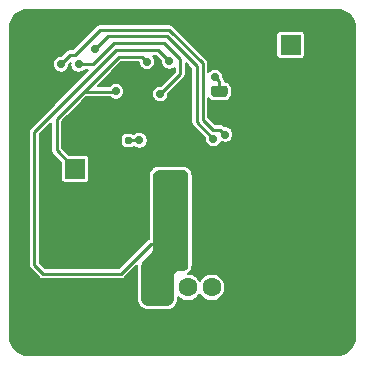
<source format=gbr>
%TF.GenerationSoftware,KiCad,Pcbnew,(5.1.6)-1*%
%TF.CreationDate,2020-10-01T20:51:16-05:00*%
%TF.ProjectId,USB_MP2637,5553425f-4d50-4323-9633-372e6b696361,rev?*%
%TF.SameCoordinates,Original*%
%TF.FileFunction,Copper,L2,Bot*%
%TF.FilePolarity,Positive*%
%FSLAX46Y46*%
G04 Gerber Fmt 4.6, Leading zero omitted, Abs format (unit mm)*
G04 Created by KiCad (PCBNEW (5.1.6)-1) date 2020-10-01 20:51:16*
%MOMM*%
%LPD*%
G01*
G04 APERTURE LIST*
%TA.AperFunction,ComponentPad*%
%ADD10C,3.800000*%
%TD*%
%TA.AperFunction,ComponentPad*%
%ADD11R,1.700000X1.700000*%
%TD*%
%TA.AperFunction,ComponentPad*%
%ADD12C,1.600000*%
%TD*%
%TA.AperFunction,ComponentPad*%
%ADD13R,1.600000X1.500000*%
%TD*%
%TA.AperFunction,ComponentPad*%
%ADD14C,3.000000*%
%TD*%
%TA.AperFunction,ViaPad*%
%ADD15C,0.700000*%
%TD*%
%TA.AperFunction,Conductor*%
%ADD16C,0.250000*%
%TD*%
%TA.AperFunction,Conductor*%
%ADD17C,0.200000*%
%TD*%
G04 APERTURE END LIST*
%TO.P,J5,2*%
%TO.N,NTC*%
%TA.AperFunction,SMDPad,CuDef*%
G36*
G01*
X118556250Y-127775000D02*
X117643750Y-127775000D01*
G75*
G02*
X117400000Y-127531250I0J243750D01*
G01*
X117400000Y-127043750D01*
G75*
G02*
X117643750Y-126800000I243750J0D01*
G01*
X118556250Y-126800000D01*
G75*
G02*
X118800000Y-127043750I0J-243750D01*
G01*
X118800000Y-127531250D01*
G75*
G02*
X118556250Y-127775000I-243750J0D01*
G01*
G37*
%TD.AperFunction*%
%TO.P,J5,1*%
%TO.N,GND*%
%TA.AperFunction,SMDPad,CuDef*%
G36*
G01*
X118556250Y-129650000D02*
X117643750Y-129650000D01*
G75*
G02*
X117400000Y-129406250I0J243750D01*
G01*
X117400000Y-128918750D01*
G75*
G02*
X117643750Y-128675000I243750J0D01*
G01*
X118556250Y-128675000D01*
G75*
G02*
X118800000Y-128918750I0J-243750D01*
G01*
X118800000Y-129406250D01*
G75*
G02*
X118556250Y-129650000I-243750J0D01*
G01*
G37*
%TD.AperFunction*%
%TD*%
%TO.P,R17,2*%
%TO.N,GND*%
%TA.AperFunction,SMDPad,CuDef*%
G36*
G01*
X109735000Y-131277500D02*
X109735000Y-131622500D01*
G75*
G02*
X109587500Y-131770000I-147500J0D01*
G01*
X109292500Y-131770000D01*
G75*
G02*
X109145000Y-131622500I0J147500D01*
G01*
X109145000Y-131277500D01*
G75*
G02*
X109292500Y-131130000I147500J0D01*
G01*
X109587500Y-131130000D01*
G75*
G02*
X109735000Y-131277500I0J-147500D01*
G01*
G37*
%TD.AperFunction*%
%TO.P,R17,1*%
%TO.N,BType*%
%TA.AperFunction,SMDPad,CuDef*%
G36*
G01*
X110705000Y-131277500D02*
X110705000Y-131622500D01*
G75*
G02*
X110557500Y-131770000I-147500J0D01*
G01*
X110262500Y-131770000D01*
G75*
G02*
X110115000Y-131622500I0J147500D01*
G01*
X110115000Y-131277500D01*
G75*
G02*
X110262500Y-131130000I147500J0D01*
G01*
X110557500Y-131130000D01*
G75*
G02*
X110705000Y-131277500I0J-147500D01*
G01*
G37*
%TD.AperFunction*%
%TD*%
D10*
%TO.P,H4,1*%
%TO.N,GND*%
X127750000Y-122250000D03*
%TD*%
%TO.P,H3,1*%
%TO.N,GND*%
X127750000Y-147750000D03*
%TD*%
%TO.P,H2,1*%
%TO.N,GND*%
X102250000Y-147750000D03*
%TD*%
%TO.P,H1,1*%
%TO.N,GND*%
X102250000Y-122250000D03*
%TD*%
D11*
%TO.P,J2,2*%
%TO.N,+BATT*%
X124140000Y-123350000D03*
%TO.P,J2,1*%
%TO.N,GND*%
X121600000Y-123350000D03*
%TD*%
D12*
%TO.P,J3,4*%
%TO.N,GND*%
X119950000Y-143900000D03*
%TO.P,J3,3*%
%TO.N,Net-(J3-Pad3)*%
X117450000Y-143900000D03*
%TO.P,J3,2*%
%TO.N,Net-(J3-Pad2)*%
X115450000Y-143900000D03*
D13*
%TO.P,J3,1*%
%TO.N,+5V*%
X112950000Y-143900000D03*
D14*
%TO.P,J3,5*%
%TO.N,GND*%
X123020000Y-146610000D03*
X109880000Y-146610000D03*
%TD*%
D11*
%TO.P,J1,2*%
%TO.N,VDC*%
X105900000Y-133860000D03*
%TO.P,J1,1*%
%TO.N,GND*%
X105900000Y-136400000D03*
%TD*%
D15*
%TO.N,GND*%
X108475000Y-129500000D03*
X108475000Y-130700000D03*
X113300000Y-129600000D03*
X114300000Y-129600000D03*
X113300000Y-130500000D03*
X114300000Y-130500000D03*
X120900000Y-130975000D03*
X119900000Y-130975000D03*
X118475000Y-121450000D03*
X118475000Y-122350000D03*
X118475000Y-123250000D03*
X118475000Y-124150000D03*
X117500000Y-124150000D03*
X117500000Y-123250000D03*
X117500000Y-122350000D03*
X117500000Y-121450000D03*
X103400000Y-139950000D03*
X104300000Y-139950000D03*
X105200000Y-139950000D03*
X106100000Y-139950000D03*
X107000000Y-139950000D03*
X107000000Y-140850000D03*
X106100000Y-140850000D03*
X105200000Y-140850000D03*
X104300000Y-140850000D03*
X103400000Y-140850000D03*
X103400000Y-141750000D03*
X104300000Y-141750000D03*
X105200000Y-141750000D03*
X106100000Y-141750000D03*
X107000000Y-141750000D03*
X125775000Y-142925000D03*
X125775000Y-142025000D03*
X125775000Y-141125000D03*
X125775000Y-140225000D03*
X125775000Y-139325000D03*
X126675000Y-139325000D03*
X126675000Y-140225000D03*
X126675000Y-141125000D03*
X126675000Y-142025000D03*
X126675000Y-142925000D03*
X127575000Y-142925000D03*
X127575000Y-142025000D03*
X127575000Y-141125000D03*
X127575000Y-140225000D03*
X127575000Y-139325000D03*
X119475000Y-121450000D03*
X119475000Y-122350000D03*
X119475000Y-123250000D03*
X119475000Y-124150000D03*
X121900000Y-130975000D03*
X112700000Y-121000000D03*
X111800000Y-121000000D03*
X110900000Y-121000000D03*
X110000000Y-121000000D03*
X109100000Y-121000000D03*
X108200000Y-121000000D03*
X107300000Y-121000000D03*
X103400000Y-139000000D03*
X104300000Y-139000000D03*
X105200000Y-139000000D03*
X106100000Y-139000000D03*
X107000000Y-139000000D03*
X122400000Y-133325000D03*
X122400000Y-134325000D03*
X122400000Y-135325000D03*
X122400000Y-136325000D03*
X122400000Y-137225000D03*
X128700000Y-129525000D03*
X128700000Y-130500000D03*
X128700000Y-131450000D03*
X128700000Y-132400000D03*
X128700000Y-133350000D03*
X116075000Y-148950000D03*
X117025000Y-148950000D03*
X117975000Y-148950000D03*
X118925000Y-148950000D03*
X119875000Y-148950000D03*
X114550000Y-121025000D03*
X113625000Y-121025000D03*
X122400000Y-132400000D03*
X125850000Y-129000000D03*
X116075000Y-147975000D03*
X117025000Y-147975000D03*
X117975000Y-147975000D03*
X118925000Y-147975000D03*
X119875000Y-147975000D03*
X119875000Y-147000000D03*
X118925000Y-147000000D03*
X117975000Y-147000000D03*
X117025000Y-147000000D03*
X116075000Y-147000000D03*
X106100000Y-144950000D03*
X107000000Y-144950000D03*
X107000000Y-144050000D03*
X106100000Y-144050000D03*
X105200000Y-144050000D03*
X104300000Y-144050000D03*
X103400000Y-144050000D03*
X103400000Y-144950000D03*
X104300000Y-144950000D03*
X105200000Y-144950000D03*
X117500000Y-125050000D03*
X118475000Y-125050000D03*
X119475000Y-125050000D03*
X116775000Y-135500000D03*
X116775000Y-136600000D03*
X118375000Y-137600000D03*
X118375000Y-138675000D03*
X118375000Y-139700000D03*
X110525000Y-136725000D03*
X111500000Y-136725000D03*
X109500000Y-138100000D03*
X108600000Y-138100000D03*
%TO.N,VDC*%
X109350000Y-127300000D03*
X111975000Y-124775000D03*
%TO.N,+5V*%
X112850000Y-137725000D03*
X112850000Y-136925000D03*
X113875000Y-124750000D03*
X112850000Y-140175000D03*
X112850000Y-138550000D03*
X112850000Y-139350000D03*
X115100000Y-140200000D03*
X115100000Y-139375000D03*
X115100000Y-138550000D03*
X112850000Y-141000000D03*
X115100000Y-141025000D03*
%TO.N,Net-(D1-Pad1)*%
X118600000Y-130950000D03*
X104700000Y-125000000D03*
%TO.N,Net-(D2-Pad1)*%
X113100000Y-127525000D03*
X106200000Y-125000000D03*
%TO.N,Net-(D3-Pad1)*%
X117600000Y-131300000D03*
X107600000Y-123700000D03*
%TO.N,BType*%
X111328888Y-131434574D03*
%TO.N,NTC*%
X117725000Y-126075000D03*
%TD*%
D16*
%TO.N,VDC*%
X111975000Y-124775000D02*
X111550000Y-124350000D01*
X111550000Y-124350000D02*
X109625000Y-124350000D01*
X105625000Y-128350000D02*
X104350000Y-129625000D01*
X109337500Y-127312500D02*
X109350000Y-127300000D01*
X106662500Y-127312500D02*
X109337500Y-127312500D01*
X106662500Y-127312500D02*
X105625000Y-128350000D01*
X109625000Y-124350000D02*
X106662500Y-127312500D01*
X105900000Y-133850000D02*
X104350000Y-132300000D01*
X105900000Y-133860000D02*
X105900000Y-133850000D01*
X104350000Y-129625000D02*
X104350000Y-132300000D01*
%TO.N,+5V*%
X112950000Y-123825000D02*
X109350000Y-123825000D01*
X113875000Y-124750000D02*
X112950000Y-123825000D01*
X109350000Y-123825000D02*
X102450000Y-130725000D01*
X102450000Y-142000000D02*
X102450000Y-138875000D01*
X103175000Y-142725000D02*
X102450000Y-142000000D01*
X102450000Y-139400000D02*
X102450000Y-138875000D01*
X102450000Y-138875000D02*
X102450000Y-130725000D01*
X112850000Y-140200000D02*
X112300000Y-140200000D01*
X109775000Y-142725000D02*
X103175000Y-142725000D01*
X112300000Y-140200000D02*
X109775000Y-142725000D01*
%TO.N,Net-(D1-Pad1)*%
X105500000Y-124200000D02*
X104700000Y-125000000D01*
X105900000Y-124200000D02*
X105500000Y-124200000D01*
X108025000Y-122075000D02*
X105900000Y-124200000D01*
X113875000Y-122075000D02*
X108025000Y-122075000D01*
X118600000Y-130950000D02*
X118200000Y-130550000D01*
X116700000Y-129700000D02*
X116700000Y-124900000D01*
X118200000Y-130550000D02*
X117550000Y-130550000D01*
X117550000Y-130550000D02*
X116700000Y-129700000D01*
X116700000Y-124900000D02*
X113875000Y-122075000D01*
%TO.N,Net-(D2-Pad1)*%
X114800000Y-125825000D02*
X113100000Y-127525000D01*
X107400000Y-125000000D02*
X109175000Y-123225000D01*
X106200000Y-125000000D02*
X107400000Y-125000000D01*
X109175000Y-123225000D02*
X113450000Y-123225000D01*
X113450000Y-123225000D02*
X114800000Y-124575000D01*
X114800000Y-124575000D02*
X114800000Y-125825000D01*
%TO.N,Net-(D3-Pad1)*%
X108675000Y-122625000D02*
X107600000Y-123700000D01*
X116200000Y-125175000D02*
X113650000Y-122625000D01*
X116200000Y-129900000D02*
X116200000Y-125175000D01*
X113650000Y-122625000D02*
X108675000Y-122625000D01*
X117600000Y-131300000D02*
X116200000Y-129900000D01*
%TO.N,BType*%
X110425426Y-131434574D02*
X110410000Y-131450000D01*
X111328888Y-131434574D02*
X110425426Y-131434574D01*
%TO.N,NTC*%
X118100000Y-126450000D02*
X117725000Y-126075000D01*
X118100000Y-127287500D02*
X118100000Y-126450000D01*
%TD*%
D17*
%TO.N,+5V*%
G36*
X115103307Y-134064464D02*
G01*
X115199567Y-134104336D01*
X115282232Y-134167768D01*
X115345664Y-134250433D01*
X115385536Y-134346693D01*
X115400000Y-134456559D01*
X115400000Y-142018441D01*
X115385536Y-142128307D01*
X115345664Y-142224567D01*
X115282232Y-142307232D01*
X115199567Y-142370664D01*
X115103307Y-142410536D01*
X114993441Y-142425000D01*
X114750000Y-142425000D01*
X114736947Y-142425855D01*
X114607537Y-142442892D01*
X114582322Y-142449649D01*
X114461732Y-142499599D01*
X114439123Y-142512652D01*
X114335570Y-142592112D01*
X114317112Y-142610570D01*
X114237652Y-142714123D01*
X114224599Y-142736732D01*
X114174649Y-142857322D01*
X114167892Y-142882537D01*
X114150855Y-143011947D01*
X114150000Y-143025000D01*
X114150000Y-144943441D01*
X114135536Y-145053307D01*
X114095664Y-145149567D01*
X114032232Y-145232232D01*
X113949567Y-145295664D01*
X113853307Y-145335536D01*
X113743441Y-145350000D01*
X112006559Y-145350000D01*
X111896693Y-145335536D01*
X111800433Y-145295664D01*
X111717768Y-145232232D01*
X111654336Y-145149567D01*
X111614464Y-145053307D01*
X111600000Y-144943441D01*
X111600000Y-142063666D01*
X111614464Y-141953800D01*
X111654337Y-141857538D01*
X111721788Y-141769634D01*
X112424264Y-141067158D01*
X112432888Y-141057323D01*
X112512348Y-140953769D01*
X112525401Y-140931161D01*
X112575351Y-140810571D01*
X112582108Y-140785356D01*
X112599145Y-140655946D01*
X112600000Y-140642893D01*
X112600000Y-134456559D01*
X112614464Y-134346693D01*
X112654336Y-134250433D01*
X112717768Y-134167768D01*
X112800433Y-134104336D01*
X112896693Y-134064464D01*
X113006559Y-134050000D01*
X114993441Y-134050000D01*
X115103307Y-134064464D01*
G37*
X115103307Y-134064464D02*
X115199567Y-134104336D01*
X115282232Y-134167768D01*
X115345664Y-134250433D01*
X115385536Y-134346693D01*
X115400000Y-134456559D01*
X115400000Y-142018441D01*
X115385536Y-142128307D01*
X115345664Y-142224567D01*
X115282232Y-142307232D01*
X115199567Y-142370664D01*
X115103307Y-142410536D01*
X114993441Y-142425000D01*
X114750000Y-142425000D01*
X114736947Y-142425855D01*
X114607537Y-142442892D01*
X114582322Y-142449649D01*
X114461732Y-142499599D01*
X114439123Y-142512652D01*
X114335570Y-142592112D01*
X114317112Y-142610570D01*
X114237652Y-142714123D01*
X114224599Y-142736732D01*
X114174649Y-142857322D01*
X114167892Y-142882537D01*
X114150855Y-143011947D01*
X114150000Y-143025000D01*
X114150000Y-144943441D01*
X114135536Y-145053307D01*
X114095664Y-145149567D01*
X114032232Y-145232232D01*
X113949567Y-145295664D01*
X113853307Y-145335536D01*
X113743441Y-145350000D01*
X112006559Y-145350000D01*
X111896693Y-145335536D01*
X111800433Y-145295664D01*
X111717768Y-145232232D01*
X111654336Y-145149567D01*
X111614464Y-145053307D01*
X111600000Y-144943441D01*
X111600000Y-142063666D01*
X111614464Y-141953800D01*
X111654337Y-141857538D01*
X111721788Y-141769634D01*
X112424264Y-141067158D01*
X112432888Y-141057323D01*
X112512348Y-140953769D01*
X112525401Y-140931161D01*
X112575351Y-140810571D01*
X112582108Y-140785356D01*
X112599145Y-140655946D01*
X112600000Y-140642893D01*
X112600000Y-134456559D01*
X112614464Y-134346693D01*
X112654336Y-134250433D01*
X112717768Y-134167768D01*
X112800433Y-134104336D01*
X112896693Y-134064464D01*
X113006559Y-134050000D01*
X114993441Y-134050000D01*
X115103307Y-134064464D01*
%TO.N,GND*%
G36*
X128315280Y-120407712D02*
G01*
X128618556Y-120499276D01*
X128898267Y-120648002D01*
X129143764Y-120848225D01*
X129345695Y-121092316D01*
X129496370Y-121370985D01*
X129590047Y-121673606D01*
X129625000Y-122006159D01*
X129625001Y-147981652D01*
X129592288Y-148315281D01*
X129500724Y-148618556D01*
X129351999Y-148898265D01*
X129151777Y-149143762D01*
X128907683Y-149345695D01*
X128629016Y-149496370D01*
X128326394Y-149590047D01*
X127993841Y-149625000D01*
X102018338Y-149625000D01*
X101684719Y-149592288D01*
X101381444Y-149500724D01*
X101101735Y-149351999D01*
X100856238Y-149151777D01*
X100654305Y-148907683D01*
X100503630Y-148629016D01*
X100409953Y-148326394D01*
X100375000Y-147993841D01*
X100375000Y-130725000D01*
X101972702Y-130725000D01*
X101975001Y-130748342D01*
X101975000Y-138898331D01*
X101975001Y-138898340D01*
X101975000Y-139423331D01*
X101975001Y-139423339D01*
X101975000Y-141976668D01*
X101972702Y-142000000D01*
X101979664Y-142070684D01*
X101981873Y-142093115D01*
X102009034Y-142182653D01*
X102053141Y-142265173D01*
X102112499Y-142337501D01*
X102130633Y-142352384D01*
X102822625Y-143044377D01*
X102837499Y-143062501D01*
X102909827Y-143121859D01*
X102963602Y-143150602D01*
X102992345Y-143165966D01*
X103081884Y-143193127D01*
X103175000Y-143202298D01*
X103198332Y-143200000D01*
X109751668Y-143200000D01*
X109775000Y-143202298D01*
X109798332Y-143200000D01*
X109868116Y-143193127D01*
X109957654Y-143165966D01*
X110040173Y-143121859D01*
X110112501Y-143062501D01*
X110127384Y-143044366D01*
X111152480Y-142019271D01*
X111150000Y-142057107D01*
X111150000Y-144950000D01*
X111152994Y-144995684D01*
X111170031Y-145125094D01*
X111193679Y-145213349D01*
X111243629Y-145333939D01*
X111289315Y-145413068D01*
X111368775Y-145516621D01*
X111433379Y-145581225D01*
X111536932Y-145660685D01*
X111616061Y-145706371D01*
X111736651Y-145756321D01*
X111824906Y-145779969D01*
X111954316Y-145797006D01*
X112000000Y-145800000D01*
X113750000Y-145800000D01*
X113795684Y-145797006D01*
X113925094Y-145779969D01*
X114013349Y-145756321D01*
X114133939Y-145706371D01*
X114213068Y-145660685D01*
X114316621Y-145581225D01*
X114381225Y-145516621D01*
X114460685Y-145413068D01*
X114506371Y-145333939D01*
X114556321Y-145213349D01*
X114579969Y-145125094D01*
X114597006Y-144995684D01*
X114600000Y-144950000D01*
X114600000Y-144676345D01*
X114716918Y-144793263D01*
X114905271Y-144919116D01*
X115114557Y-145005806D01*
X115336735Y-145050000D01*
X115563265Y-145050000D01*
X115785443Y-145005806D01*
X115994729Y-144919116D01*
X116183082Y-144793263D01*
X116343263Y-144633082D01*
X116450000Y-144473338D01*
X116556737Y-144633082D01*
X116716918Y-144793263D01*
X116905271Y-144919116D01*
X117114557Y-145005806D01*
X117336735Y-145050000D01*
X117563265Y-145050000D01*
X117785443Y-145005806D01*
X117994729Y-144919116D01*
X118183082Y-144793263D01*
X118343263Y-144633082D01*
X118469116Y-144444729D01*
X118555806Y-144235443D01*
X118600000Y-144013265D01*
X118600000Y-143786735D01*
X118555806Y-143564557D01*
X118469116Y-143355271D01*
X118343263Y-143166918D01*
X118183082Y-143006737D01*
X117994729Y-142880884D01*
X117785443Y-142794194D01*
X117563265Y-142750000D01*
X117336735Y-142750000D01*
X117114557Y-142794194D01*
X116905271Y-142880884D01*
X116716918Y-143006737D01*
X116556737Y-143166918D01*
X116450000Y-143326662D01*
X116343263Y-143166918D01*
X116183082Y-143006737D01*
X115994729Y-142880884D01*
X115785443Y-142794194D01*
X115563265Y-142750000D01*
X115438274Y-142750000D01*
X115463068Y-142735685D01*
X115566621Y-142656225D01*
X115631225Y-142591621D01*
X115710685Y-142488068D01*
X115756371Y-142408939D01*
X115806321Y-142288349D01*
X115829969Y-142200094D01*
X115847006Y-142070684D01*
X115850000Y-142025000D01*
X115850000Y-134450000D01*
X115847006Y-134404316D01*
X115829969Y-134274906D01*
X115806321Y-134186651D01*
X115756371Y-134066061D01*
X115710685Y-133986932D01*
X115631225Y-133883379D01*
X115566621Y-133818775D01*
X115463068Y-133739315D01*
X115383939Y-133693629D01*
X115263349Y-133643679D01*
X115175094Y-133620031D01*
X115045684Y-133602994D01*
X115000000Y-133600000D01*
X113000000Y-133600000D01*
X112954316Y-133602994D01*
X112824906Y-133620031D01*
X112736651Y-133643679D01*
X112616061Y-133693629D01*
X112536932Y-133739315D01*
X112433379Y-133818775D01*
X112368775Y-133883379D01*
X112289315Y-133986932D01*
X112243629Y-134066061D01*
X112193679Y-134186651D01*
X112170031Y-134274906D01*
X112152994Y-134404316D01*
X112150000Y-134450000D01*
X112150000Y-139749129D01*
X112117346Y-139759034D01*
X112034827Y-139803141D01*
X111962499Y-139862499D01*
X111947621Y-139880628D01*
X109578250Y-142250000D01*
X103371752Y-142250000D01*
X102925000Y-141803250D01*
X102925000Y-130921750D01*
X103875000Y-129971750D01*
X103875001Y-132276658D01*
X103872702Y-132300000D01*
X103881873Y-132393116D01*
X103909035Y-132482654D01*
X103953142Y-132565173D01*
X104012500Y-132637501D01*
X104030629Y-132652379D01*
X104698307Y-133320057D01*
X104698307Y-134710000D01*
X104705065Y-134778612D01*
X104725078Y-134844587D01*
X104757578Y-134905390D01*
X104801315Y-134958685D01*
X104854610Y-135002422D01*
X104915413Y-135034922D01*
X104981388Y-135054935D01*
X105050000Y-135061693D01*
X106750000Y-135061693D01*
X106818612Y-135054935D01*
X106884587Y-135034922D01*
X106945390Y-135002422D01*
X106998685Y-134958685D01*
X107042422Y-134905390D01*
X107074922Y-134844587D01*
X107094935Y-134778612D01*
X107101693Y-134710000D01*
X107101693Y-133010000D01*
X107094935Y-132941388D01*
X107074922Y-132875413D01*
X107042422Y-132814610D01*
X106998685Y-132761315D01*
X106945390Y-132717578D01*
X106884587Y-132685078D01*
X106818612Y-132665065D01*
X106750000Y-132658307D01*
X105380057Y-132658307D01*
X104825000Y-132103250D01*
X104825000Y-131277500D01*
X109763307Y-131277500D01*
X109763307Y-131622500D01*
X109772899Y-131719888D01*
X109801306Y-131813533D01*
X109847436Y-131899837D01*
X109909517Y-131975483D01*
X109985163Y-132037564D01*
X110071467Y-132083694D01*
X110165112Y-132112101D01*
X110262500Y-132121693D01*
X110557500Y-132121693D01*
X110654888Y-132112101D01*
X110748533Y-132083694D01*
X110834837Y-132037564D01*
X110896106Y-131987282D01*
X110997314Y-132054906D01*
X111124706Y-132107673D01*
X111259944Y-132134574D01*
X111397832Y-132134574D01*
X111533070Y-132107673D01*
X111660462Y-132054906D01*
X111775112Y-131978300D01*
X111872614Y-131880798D01*
X111949220Y-131766148D01*
X112001987Y-131638756D01*
X112028888Y-131503518D01*
X112028888Y-131365630D01*
X112001987Y-131230392D01*
X111949220Y-131103000D01*
X111872614Y-130988350D01*
X111775112Y-130890848D01*
X111660462Y-130814242D01*
X111533070Y-130761475D01*
X111397832Y-130734574D01*
X111259944Y-130734574D01*
X111124706Y-130761475D01*
X110997314Y-130814242D01*
X110882664Y-130890848D01*
X110876711Y-130896801D01*
X110834837Y-130862436D01*
X110748533Y-130816306D01*
X110654888Y-130787899D01*
X110557500Y-130778307D01*
X110262500Y-130778307D01*
X110165112Y-130787899D01*
X110071467Y-130816306D01*
X109985163Y-130862436D01*
X109909517Y-130924517D01*
X109847436Y-131000163D01*
X109801306Y-131086467D01*
X109772899Y-131180112D01*
X109763307Y-131277500D01*
X104825000Y-131277500D01*
X104825000Y-129821750D01*
X105977373Y-128669378D01*
X105977377Y-128669373D01*
X106859252Y-127787500D01*
X108847550Y-127787500D01*
X108903776Y-127843726D01*
X109018426Y-127920332D01*
X109145818Y-127973099D01*
X109281056Y-128000000D01*
X109418944Y-128000000D01*
X109554182Y-127973099D01*
X109681574Y-127920332D01*
X109796224Y-127843726D01*
X109893726Y-127746224D01*
X109970332Y-127631574D01*
X110023099Y-127504182D01*
X110050000Y-127368944D01*
X110050000Y-127231056D01*
X110023099Y-127095818D01*
X109970332Y-126968426D01*
X109893726Y-126853776D01*
X109796224Y-126756274D01*
X109681574Y-126679668D01*
X109554182Y-126626901D01*
X109418944Y-126600000D01*
X109281056Y-126600000D01*
X109145818Y-126626901D01*
X109018426Y-126679668D01*
X108903776Y-126756274D01*
X108822550Y-126837500D01*
X107809251Y-126837500D01*
X109821752Y-124825000D01*
X111275000Y-124825000D01*
X111275000Y-124843944D01*
X111301901Y-124979182D01*
X111354668Y-125106574D01*
X111431274Y-125221224D01*
X111528776Y-125318726D01*
X111643426Y-125395332D01*
X111770818Y-125448099D01*
X111906056Y-125475000D01*
X112043944Y-125475000D01*
X112179182Y-125448099D01*
X112306574Y-125395332D01*
X112421224Y-125318726D01*
X112518726Y-125221224D01*
X112595332Y-125106574D01*
X112648099Y-124979182D01*
X112675000Y-124843944D01*
X112675000Y-124706056D01*
X112648099Y-124570818D01*
X112595332Y-124443426D01*
X112518726Y-124328776D01*
X112489950Y-124300000D01*
X112753250Y-124300000D01*
X113175000Y-124721751D01*
X113175000Y-124818944D01*
X113201901Y-124954182D01*
X113254668Y-125081574D01*
X113331274Y-125196224D01*
X113428776Y-125293726D01*
X113543426Y-125370332D01*
X113670818Y-125423099D01*
X113806056Y-125450000D01*
X113943944Y-125450000D01*
X114079182Y-125423099D01*
X114206574Y-125370332D01*
X114321224Y-125293726D01*
X114325001Y-125289949D01*
X114325001Y-125628248D01*
X113128250Y-126825000D01*
X113031056Y-126825000D01*
X112895818Y-126851901D01*
X112768426Y-126904668D01*
X112653776Y-126981274D01*
X112556274Y-127078776D01*
X112479668Y-127193426D01*
X112426901Y-127320818D01*
X112400000Y-127456056D01*
X112400000Y-127593944D01*
X112426901Y-127729182D01*
X112479668Y-127856574D01*
X112556274Y-127971224D01*
X112653776Y-128068726D01*
X112768426Y-128145332D01*
X112895818Y-128198099D01*
X113031056Y-128225000D01*
X113168944Y-128225000D01*
X113304182Y-128198099D01*
X113431574Y-128145332D01*
X113546224Y-128068726D01*
X113643726Y-127971224D01*
X113720332Y-127856574D01*
X113773099Y-127729182D01*
X113800000Y-127593944D01*
X113800000Y-127496750D01*
X115119371Y-126177379D01*
X115137501Y-126162501D01*
X115196859Y-126090173D01*
X115240966Y-126007654D01*
X115268127Y-125918116D01*
X115275000Y-125848332D01*
X115277298Y-125825001D01*
X115275000Y-125801668D01*
X115275000Y-124921752D01*
X115725001Y-125371753D01*
X115725000Y-129876668D01*
X115722702Y-129900000D01*
X115731873Y-129993115D01*
X115759034Y-130082653D01*
X115803141Y-130165173D01*
X115862499Y-130237501D01*
X115880634Y-130252384D01*
X116900000Y-131271751D01*
X116900000Y-131368944D01*
X116926901Y-131504182D01*
X116979668Y-131631574D01*
X117056274Y-131746224D01*
X117153776Y-131843726D01*
X117268426Y-131920332D01*
X117395818Y-131973099D01*
X117531056Y-132000000D01*
X117668944Y-132000000D01*
X117804182Y-131973099D01*
X117931574Y-131920332D01*
X118046224Y-131843726D01*
X118143726Y-131746224D01*
X118220332Y-131631574D01*
X118250626Y-131558438D01*
X118268426Y-131570332D01*
X118395818Y-131623099D01*
X118531056Y-131650000D01*
X118668944Y-131650000D01*
X118804182Y-131623099D01*
X118931574Y-131570332D01*
X119046224Y-131493726D01*
X119143726Y-131396224D01*
X119220332Y-131281574D01*
X119273099Y-131154182D01*
X119300000Y-131018944D01*
X119300000Y-130881056D01*
X119273099Y-130745818D01*
X119220332Y-130618426D01*
X119143726Y-130503776D01*
X119046224Y-130406274D01*
X118931574Y-130329668D01*
X118804182Y-130276901D01*
X118668944Y-130250000D01*
X118571750Y-130250000D01*
X118552384Y-130230634D01*
X118537501Y-130212499D01*
X118465173Y-130153141D01*
X118382654Y-130109034D01*
X118293116Y-130081873D01*
X118223332Y-130075000D01*
X118200000Y-130072702D01*
X118176668Y-130075000D01*
X117746752Y-130075000D01*
X117175000Y-129503250D01*
X117175000Y-127894159D01*
X117222708Y-127952292D01*
X117312940Y-128026343D01*
X117415884Y-128081368D01*
X117527585Y-128115252D01*
X117643750Y-128126693D01*
X118556250Y-128126693D01*
X118672415Y-128115252D01*
X118784116Y-128081368D01*
X118887060Y-128026343D01*
X118977292Y-127952292D01*
X119051343Y-127862060D01*
X119106368Y-127759116D01*
X119140252Y-127647415D01*
X119151693Y-127531250D01*
X119151693Y-127043750D01*
X119140252Y-126927585D01*
X119106368Y-126815884D01*
X119051343Y-126712940D01*
X118977292Y-126622708D01*
X118887060Y-126548657D01*
X118784116Y-126493632D01*
X118672415Y-126459748D01*
X118577261Y-126450376D01*
X118577298Y-126449999D01*
X118568127Y-126356883D01*
X118559888Y-126329722D01*
X118540966Y-126267346D01*
X118496859Y-126184827D01*
X118437501Y-126112499D01*
X118425000Y-126102240D01*
X118425000Y-126006056D01*
X118398099Y-125870818D01*
X118345332Y-125743426D01*
X118268726Y-125628776D01*
X118171224Y-125531274D01*
X118056574Y-125454668D01*
X117929182Y-125401901D01*
X117793944Y-125375000D01*
X117656056Y-125375000D01*
X117520818Y-125401901D01*
X117393426Y-125454668D01*
X117278776Y-125531274D01*
X117181274Y-125628776D01*
X117175000Y-125638166D01*
X117175000Y-124923331D01*
X117177298Y-124899999D01*
X117168127Y-124806883D01*
X117150871Y-124750000D01*
X117140966Y-124717346D01*
X117096859Y-124634827D01*
X117037501Y-124562499D01*
X117019372Y-124547621D01*
X114971751Y-122500000D01*
X122938307Y-122500000D01*
X122938307Y-124200000D01*
X122945065Y-124268612D01*
X122965078Y-124334587D01*
X122997578Y-124395390D01*
X123041315Y-124448685D01*
X123094610Y-124492422D01*
X123155413Y-124524922D01*
X123221388Y-124544935D01*
X123290000Y-124551693D01*
X124990000Y-124551693D01*
X125058612Y-124544935D01*
X125124587Y-124524922D01*
X125185390Y-124492422D01*
X125238685Y-124448685D01*
X125282422Y-124395390D01*
X125314922Y-124334587D01*
X125334935Y-124268612D01*
X125341693Y-124200000D01*
X125341693Y-122500000D01*
X125334935Y-122431388D01*
X125314922Y-122365413D01*
X125282422Y-122304610D01*
X125238685Y-122251315D01*
X125185390Y-122207578D01*
X125124587Y-122175078D01*
X125058612Y-122155065D01*
X124990000Y-122148307D01*
X123290000Y-122148307D01*
X123221388Y-122155065D01*
X123155413Y-122175078D01*
X123094610Y-122207578D01*
X123041315Y-122251315D01*
X122997578Y-122304610D01*
X122965078Y-122365413D01*
X122945065Y-122431388D01*
X122938307Y-122500000D01*
X114971751Y-122500000D01*
X114227384Y-121755634D01*
X114212501Y-121737499D01*
X114140173Y-121678141D01*
X114057654Y-121634034D01*
X113968116Y-121606873D01*
X113898332Y-121600000D01*
X113875000Y-121597702D01*
X113851668Y-121600000D01*
X108048332Y-121600000D01*
X108025000Y-121597702D01*
X107931884Y-121606873D01*
X107842345Y-121634034D01*
X107836718Y-121637042D01*
X107759827Y-121678141D01*
X107687499Y-121737499D01*
X107672625Y-121755623D01*
X105703250Y-123725000D01*
X105523332Y-123725000D01*
X105500000Y-123722702D01*
X105406884Y-123731873D01*
X105317345Y-123759034D01*
X105288602Y-123774398D01*
X105234827Y-123803141D01*
X105162499Y-123862499D01*
X105147625Y-123880623D01*
X104728249Y-124300000D01*
X104631056Y-124300000D01*
X104495818Y-124326901D01*
X104368426Y-124379668D01*
X104253776Y-124456274D01*
X104156274Y-124553776D01*
X104079668Y-124668426D01*
X104026901Y-124795818D01*
X104000000Y-124931056D01*
X104000000Y-125068944D01*
X104026901Y-125204182D01*
X104079668Y-125331574D01*
X104156274Y-125446224D01*
X104253776Y-125543726D01*
X104368426Y-125620332D01*
X104495818Y-125673099D01*
X104631056Y-125700000D01*
X104768944Y-125700000D01*
X104904182Y-125673099D01*
X105031574Y-125620332D01*
X105146224Y-125543726D01*
X105243726Y-125446224D01*
X105320332Y-125331574D01*
X105373099Y-125204182D01*
X105400000Y-125068944D01*
X105400000Y-124971751D01*
X105514726Y-124857025D01*
X105500000Y-124931056D01*
X105500000Y-125068944D01*
X105526901Y-125204182D01*
X105579668Y-125331574D01*
X105656274Y-125446224D01*
X105753776Y-125543726D01*
X105868426Y-125620332D01*
X105995818Y-125673099D01*
X106131056Y-125700000D01*
X106268944Y-125700000D01*
X106404182Y-125673099D01*
X106531574Y-125620332D01*
X106646224Y-125543726D01*
X106714950Y-125475000D01*
X107028249Y-125475000D01*
X102130629Y-130372621D01*
X102112500Y-130387499D01*
X102053142Y-130459827D01*
X102029651Y-130503776D01*
X102009035Y-130542346D01*
X101981873Y-130631884D01*
X101972702Y-130725000D01*
X100375000Y-130725000D01*
X100375000Y-122018338D01*
X100407712Y-121684720D01*
X100499276Y-121381444D01*
X100648002Y-121101733D01*
X100848225Y-120856236D01*
X101092316Y-120654305D01*
X101370985Y-120503630D01*
X101673606Y-120409953D01*
X102006159Y-120375000D01*
X127981662Y-120375000D01*
X128315280Y-120407712D01*
G37*
X128315280Y-120407712D02*
X128618556Y-120499276D01*
X128898267Y-120648002D01*
X129143764Y-120848225D01*
X129345695Y-121092316D01*
X129496370Y-121370985D01*
X129590047Y-121673606D01*
X129625000Y-122006159D01*
X129625001Y-147981652D01*
X129592288Y-148315281D01*
X129500724Y-148618556D01*
X129351999Y-148898265D01*
X129151777Y-149143762D01*
X128907683Y-149345695D01*
X128629016Y-149496370D01*
X128326394Y-149590047D01*
X127993841Y-149625000D01*
X102018338Y-149625000D01*
X101684719Y-149592288D01*
X101381444Y-149500724D01*
X101101735Y-149351999D01*
X100856238Y-149151777D01*
X100654305Y-148907683D01*
X100503630Y-148629016D01*
X100409953Y-148326394D01*
X100375000Y-147993841D01*
X100375000Y-130725000D01*
X101972702Y-130725000D01*
X101975001Y-130748342D01*
X101975000Y-138898331D01*
X101975001Y-138898340D01*
X101975000Y-139423331D01*
X101975001Y-139423339D01*
X101975000Y-141976668D01*
X101972702Y-142000000D01*
X101979664Y-142070684D01*
X101981873Y-142093115D01*
X102009034Y-142182653D01*
X102053141Y-142265173D01*
X102112499Y-142337501D01*
X102130633Y-142352384D01*
X102822625Y-143044377D01*
X102837499Y-143062501D01*
X102909827Y-143121859D01*
X102963602Y-143150602D01*
X102992345Y-143165966D01*
X103081884Y-143193127D01*
X103175000Y-143202298D01*
X103198332Y-143200000D01*
X109751668Y-143200000D01*
X109775000Y-143202298D01*
X109798332Y-143200000D01*
X109868116Y-143193127D01*
X109957654Y-143165966D01*
X110040173Y-143121859D01*
X110112501Y-143062501D01*
X110127384Y-143044366D01*
X111152480Y-142019271D01*
X111150000Y-142057107D01*
X111150000Y-144950000D01*
X111152994Y-144995684D01*
X111170031Y-145125094D01*
X111193679Y-145213349D01*
X111243629Y-145333939D01*
X111289315Y-145413068D01*
X111368775Y-145516621D01*
X111433379Y-145581225D01*
X111536932Y-145660685D01*
X111616061Y-145706371D01*
X111736651Y-145756321D01*
X111824906Y-145779969D01*
X111954316Y-145797006D01*
X112000000Y-145800000D01*
X113750000Y-145800000D01*
X113795684Y-145797006D01*
X113925094Y-145779969D01*
X114013349Y-145756321D01*
X114133939Y-145706371D01*
X114213068Y-145660685D01*
X114316621Y-145581225D01*
X114381225Y-145516621D01*
X114460685Y-145413068D01*
X114506371Y-145333939D01*
X114556321Y-145213349D01*
X114579969Y-145125094D01*
X114597006Y-144995684D01*
X114600000Y-144950000D01*
X114600000Y-144676345D01*
X114716918Y-144793263D01*
X114905271Y-144919116D01*
X115114557Y-145005806D01*
X115336735Y-145050000D01*
X115563265Y-145050000D01*
X115785443Y-145005806D01*
X115994729Y-144919116D01*
X116183082Y-144793263D01*
X116343263Y-144633082D01*
X116450000Y-144473338D01*
X116556737Y-144633082D01*
X116716918Y-144793263D01*
X116905271Y-144919116D01*
X117114557Y-145005806D01*
X117336735Y-145050000D01*
X117563265Y-145050000D01*
X117785443Y-145005806D01*
X117994729Y-144919116D01*
X118183082Y-144793263D01*
X118343263Y-144633082D01*
X118469116Y-144444729D01*
X118555806Y-144235443D01*
X118600000Y-144013265D01*
X118600000Y-143786735D01*
X118555806Y-143564557D01*
X118469116Y-143355271D01*
X118343263Y-143166918D01*
X118183082Y-143006737D01*
X117994729Y-142880884D01*
X117785443Y-142794194D01*
X117563265Y-142750000D01*
X117336735Y-142750000D01*
X117114557Y-142794194D01*
X116905271Y-142880884D01*
X116716918Y-143006737D01*
X116556737Y-143166918D01*
X116450000Y-143326662D01*
X116343263Y-143166918D01*
X116183082Y-143006737D01*
X115994729Y-142880884D01*
X115785443Y-142794194D01*
X115563265Y-142750000D01*
X115438274Y-142750000D01*
X115463068Y-142735685D01*
X115566621Y-142656225D01*
X115631225Y-142591621D01*
X115710685Y-142488068D01*
X115756371Y-142408939D01*
X115806321Y-142288349D01*
X115829969Y-142200094D01*
X115847006Y-142070684D01*
X115850000Y-142025000D01*
X115850000Y-134450000D01*
X115847006Y-134404316D01*
X115829969Y-134274906D01*
X115806321Y-134186651D01*
X115756371Y-134066061D01*
X115710685Y-133986932D01*
X115631225Y-133883379D01*
X115566621Y-133818775D01*
X115463068Y-133739315D01*
X115383939Y-133693629D01*
X115263349Y-133643679D01*
X115175094Y-133620031D01*
X115045684Y-133602994D01*
X115000000Y-133600000D01*
X113000000Y-133600000D01*
X112954316Y-133602994D01*
X112824906Y-133620031D01*
X112736651Y-133643679D01*
X112616061Y-133693629D01*
X112536932Y-133739315D01*
X112433379Y-133818775D01*
X112368775Y-133883379D01*
X112289315Y-133986932D01*
X112243629Y-134066061D01*
X112193679Y-134186651D01*
X112170031Y-134274906D01*
X112152994Y-134404316D01*
X112150000Y-134450000D01*
X112150000Y-139749129D01*
X112117346Y-139759034D01*
X112034827Y-139803141D01*
X111962499Y-139862499D01*
X111947621Y-139880628D01*
X109578250Y-142250000D01*
X103371752Y-142250000D01*
X102925000Y-141803250D01*
X102925000Y-130921750D01*
X103875000Y-129971750D01*
X103875001Y-132276658D01*
X103872702Y-132300000D01*
X103881873Y-132393116D01*
X103909035Y-132482654D01*
X103953142Y-132565173D01*
X104012500Y-132637501D01*
X104030629Y-132652379D01*
X104698307Y-133320057D01*
X104698307Y-134710000D01*
X104705065Y-134778612D01*
X104725078Y-134844587D01*
X104757578Y-134905390D01*
X104801315Y-134958685D01*
X104854610Y-135002422D01*
X104915413Y-135034922D01*
X104981388Y-135054935D01*
X105050000Y-135061693D01*
X106750000Y-135061693D01*
X106818612Y-135054935D01*
X106884587Y-135034922D01*
X106945390Y-135002422D01*
X106998685Y-134958685D01*
X107042422Y-134905390D01*
X107074922Y-134844587D01*
X107094935Y-134778612D01*
X107101693Y-134710000D01*
X107101693Y-133010000D01*
X107094935Y-132941388D01*
X107074922Y-132875413D01*
X107042422Y-132814610D01*
X106998685Y-132761315D01*
X106945390Y-132717578D01*
X106884587Y-132685078D01*
X106818612Y-132665065D01*
X106750000Y-132658307D01*
X105380057Y-132658307D01*
X104825000Y-132103250D01*
X104825000Y-131277500D01*
X109763307Y-131277500D01*
X109763307Y-131622500D01*
X109772899Y-131719888D01*
X109801306Y-131813533D01*
X109847436Y-131899837D01*
X109909517Y-131975483D01*
X109985163Y-132037564D01*
X110071467Y-132083694D01*
X110165112Y-132112101D01*
X110262500Y-132121693D01*
X110557500Y-132121693D01*
X110654888Y-132112101D01*
X110748533Y-132083694D01*
X110834837Y-132037564D01*
X110896106Y-131987282D01*
X110997314Y-132054906D01*
X111124706Y-132107673D01*
X111259944Y-132134574D01*
X111397832Y-132134574D01*
X111533070Y-132107673D01*
X111660462Y-132054906D01*
X111775112Y-131978300D01*
X111872614Y-131880798D01*
X111949220Y-131766148D01*
X112001987Y-131638756D01*
X112028888Y-131503518D01*
X112028888Y-131365630D01*
X112001987Y-131230392D01*
X111949220Y-131103000D01*
X111872614Y-130988350D01*
X111775112Y-130890848D01*
X111660462Y-130814242D01*
X111533070Y-130761475D01*
X111397832Y-130734574D01*
X111259944Y-130734574D01*
X111124706Y-130761475D01*
X110997314Y-130814242D01*
X110882664Y-130890848D01*
X110876711Y-130896801D01*
X110834837Y-130862436D01*
X110748533Y-130816306D01*
X110654888Y-130787899D01*
X110557500Y-130778307D01*
X110262500Y-130778307D01*
X110165112Y-130787899D01*
X110071467Y-130816306D01*
X109985163Y-130862436D01*
X109909517Y-130924517D01*
X109847436Y-131000163D01*
X109801306Y-131086467D01*
X109772899Y-131180112D01*
X109763307Y-131277500D01*
X104825000Y-131277500D01*
X104825000Y-129821750D01*
X105977373Y-128669378D01*
X105977377Y-128669373D01*
X106859252Y-127787500D01*
X108847550Y-127787500D01*
X108903776Y-127843726D01*
X109018426Y-127920332D01*
X109145818Y-127973099D01*
X109281056Y-128000000D01*
X109418944Y-128000000D01*
X109554182Y-127973099D01*
X109681574Y-127920332D01*
X109796224Y-127843726D01*
X109893726Y-127746224D01*
X109970332Y-127631574D01*
X110023099Y-127504182D01*
X110050000Y-127368944D01*
X110050000Y-127231056D01*
X110023099Y-127095818D01*
X109970332Y-126968426D01*
X109893726Y-126853776D01*
X109796224Y-126756274D01*
X109681574Y-126679668D01*
X109554182Y-126626901D01*
X109418944Y-126600000D01*
X109281056Y-126600000D01*
X109145818Y-126626901D01*
X109018426Y-126679668D01*
X108903776Y-126756274D01*
X108822550Y-126837500D01*
X107809251Y-126837500D01*
X109821752Y-124825000D01*
X111275000Y-124825000D01*
X111275000Y-124843944D01*
X111301901Y-124979182D01*
X111354668Y-125106574D01*
X111431274Y-125221224D01*
X111528776Y-125318726D01*
X111643426Y-125395332D01*
X111770818Y-125448099D01*
X111906056Y-125475000D01*
X112043944Y-125475000D01*
X112179182Y-125448099D01*
X112306574Y-125395332D01*
X112421224Y-125318726D01*
X112518726Y-125221224D01*
X112595332Y-125106574D01*
X112648099Y-124979182D01*
X112675000Y-124843944D01*
X112675000Y-124706056D01*
X112648099Y-124570818D01*
X112595332Y-124443426D01*
X112518726Y-124328776D01*
X112489950Y-124300000D01*
X112753250Y-124300000D01*
X113175000Y-124721751D01*
X113175000Y-124818944D01*
X113201901Y-124954182D01*
X113254668Y-125081574D01*
X113331274Y-125196224D01*
X113428776Y-125293726D01*
X113543426Y-125370332D01*
X113670818Y-125423099D01*
X113806056Y-125450000D01*
X113943944Y-125450000D01*
X114079182Y-125423099D01*
X114206574Y-125370332D01*
X114321224Y-125293726D01*
X114325001Y-125289949D01*
X114325001Y-125628248D01*
X113128250Y-126825000D01*
X113031056Y-126825000D01*
X112895818Y-126851901D01*
X112768426Y-126904668D01*
X112653776Y-126981274D01*
X112556274Y-127078776D01*
X112479668Y-127193426D01*
X112426901Y-127320818D01*
X112400000Y-127456056D01*
X112400000Y-127593944D01*
X112426901Y-127729182D01*
X112479668Y-127856574D01*
X112556274Y-127971224D01*
X112653776Y-128068726D01*
X112768426Y-128145332D01*
X112895818Y-128198099D01*
X113031056Y-128225000D01*
X113168944Y-128225000D01*
X113304182Y-128198099D01*
X113431574Y-128145332D01*
X113546224Y-128068726D01*
X113643726Y-127971224D01*
X113720332Y-127856574D01*
X113773099Y-127729182D01*
X113800000Y-127593944D01*
X113800000Y-127496750D01*
X115119371Y-126177379D01*
X115137501Y-126162501D01*
X115196859Y-126090173D01*
X115240966Y-126007654D01*
X115268127Y-125918116D01*
X115275000Y-125848332D01*
X115277298Y-125825001D01*
X115275000Y-125801668D01*
X115275000Y-124921752D01*
X115725001Y-125371753D01*
X115725000Y-129876668D01*
X115722702Y-129900000D01*
X115731873Y-129993115D01*
X115759034Y-130082653D01*
X115803141Y-130165173D01*
X115862499Y-130237501D01*
X115880634Y-130252384D01*
X116900000Y-131271751D01*
X116900000Y-131368944D01*
X116926901Y-131504182D01*
X116979668Y-131631574D01*
X117056274Y-131746224D01*
X117153776Y-131843726D01*
X117268426Y-131920332D01*
X117395818Y-131973099D01*
X117531056Y-132000000D01*
X117668944Y-132000000D01*
X117804182Y-131973099D01*
X117931574Y-131920332D01*
X118046224Y-131843726D01*
X118143726Y-131746224D01*
X118220332Y-131631574D01*
X118250626Y-131558438D01*
X118268426Y-131570332D01*
X118395818Y-131623099D01*
X118531056Y-131650000D01*
X118668944Y-131650000D01*
X118804182Y-131623099D01*
X118931574Y-131570332D01*
X119046224Y-131493726D01*
X119143726Y-131396224D01*
X119220332Y-131281574D01*
X119273099Y-131154182D01*
X119300000Y-131018944D01*
X119300000Y-130881056D01*
X119273099Y-130745818D01*
X119220332Y-130618426D01*
X119143726Y-130503776D01*
X119046224Y-130406274D01*
X118931574Y-130329668D01*
X118804182Y-130276901D01*
X118668944Y-130250000D01*
X118571750Y-130250000D01*
X118552384Y-130230634D01*
X118537501Y-130212499D01*
X118465173Y-130153141D01*
X118382654Y-130109034D01*
X118293116Y-130081873D01*
X118223332Y-130075000D01*
X118200000Y-130072702D01*
X118176668Y-130075000D01*
X117746752Y-130075000D01*
X117175000Y-129503250D01*
X117175000Y-127894159D01*
X117222708Y-127952292D01*
X117312940Y-128026343D01*
X117415884Y-128081368D01*
X117527585Y-128115252D01*
X117643750Y-128126693D01*
X118556250Y-128126693D01*
X118672415Y-128115252D01*
X118784116Y-128081368D01*
X118887060Y-128026343D01*
X118977292Y-127952292D01*
X119051343Y-127862060D01*
X119106368Y-127759116D01*
X119140252Y-127647415D01*
X119151693Y-127531250D01*
X119151693Y-127043750D01*
X119140252Y-126927585D01*
X119106368Y-126815884D01*
X119051343Y-126712940D01*
X118977292Y-126622708D01*
X118887060Y-126548657D01*
X118784116Y-126493632D01*
X118672415Y-126459748D01*
X118577261Y-126450376D01*
X118577298Y-126449999D01*
X118568127Y-126356883D01*
X118559888Y-126329722D01*
X118540966Y-126267346D01*
X118496859Y-126184827D01*
X118437501Y-126112499D01*
X118425000Y-126102240D01*
X118425000Y-126006056D01*
X118398099Y-125870818D01*
X118345332Y-125743426D01*
X118268726Y-125628776D01*
X118171224Y-125531274D01*
X118056574Y-125454668D01*
X117929182Y-125401901D01*
X117793944Y-125375000D01*
X117656056Y-125375000D01*
X117520818Y-125401901D01*
X117393426Y-125454668D01*
X117278776Y-125531274D01*
X117181274Y-125628776D01*
X117175000Y-125638166D01*
X117175000Y-124923331D01*
X117177298Y-124899999D01*
X117168127Y-124806883D01*
X117150871Y-124750000D01*
X117140966Y-124717346D01*
X117096859Y-124634827D01*
X117037501Y-124562499D01*
X117019372Y-124547621D01*
X114971751Y-122500000D01*
X122938307Y-122500000D01*
X122938307Y-124200000D01*
X122945065Y-124268612D01*
X122965078Y-124334587D01*
X122997578Y-124395390D01*
X123041315Y-124448685D01*
X123094610Y-124492422D01*
X123155413Y-124524922D01*
X123221388Y-124544935D01*
X123290000Y-124551693D01*
X124990000Y-124551693D01*
X125058612Y-124544935D01*
X125124587Y-124524922D01*
X125185390Y-124492422D01*
X125238685Y-124448685D01*
X125282422Y-124395390D01*
X125314922Y-124334587D01*
X125334935Y-124268612D01*
X125341693Y-124200000D01*
X125341693Y-122500000D01*
X125334935Y-122431388D01*
X125314922Y-122365413D01*
X125282422Y-122304610D01*
X125238685Y-122251315D01*
X125185390Y-122207578D01*
X125124587Y-122175078D01*
X125058612Y-122155065D01*
X124990000Y-122148307D01*
X123290000Y-122148307D01*
X123221388Y-122155065D01*
X123155413Y-122175078D01*
X123094610Y-122207578D01*
X123041315Y-122251315D01*
X122997578Y-122304610D01*
X122965078Y-122365413D01*
X122945065Y-122431388D01*
X122938307Y-122500000D01*
X114971751Y-122500000D01*
X114227384Y-121755634D01*
X114212501Y-121737499D01*
X114140173Y-121678141D01*
X114057654Y-121634034D01*
X113968116Y-121606873D01*
X113898332Y-121600000D01*
X113875000Y-121597702D01*
X113851668Y-121600000D01*
X108048332Y-121600000D01*
X108025000Y-121597702D01*
X107931884Y-121606873D01*
X107842345Y-121634034D01*
X107836718Y-121637042D01*
X107759827Y-121678141D01*
X107687499Y-121737499D01*
X107672625Y-121755623D01*
X105703250Y-123725000D01*
X105523332Y-123725000D01*
X105500000Y-123722702D01*
X105406884Y-123731873D01*
X105317345Y-123759034D01*
X105288602Y-123774398D01*
X105234827Y-123803141D01*
X105162499Y-123862499D01*
X105147625Y-123880623D01*
X104728249Y-124300000D01*
X104631056Y-124300000D01*
X104495818Y-124326901D01*
X104368426Y-124379668D01*
X104253776Y-124456274D01*
X104156274Y-124553776D01*
X104079668Y-124668426D01*
X104026901Y-124795818D01*
X104000000Y-124931056D01*
X104000000Y-125068944D01*
X104026901Y-125204182D01*
X104079668Y-125331574D01*
X104156274Y-125446224D01*
X104253776Y-125543726D01*
X104368426Y-125620332D01*
X104495818Y-125673099D01*
X104631056Y-125700000D01*
X104768944Y-125700000D01*
X104904182Y-125673099D01*
X105031574Y-125620332D01*
X105146224Y-125543726D01*
X105243726Y-125446224D01*
X105320332Y-125331574D01*
X105373099Y-125204182D01*
X105400000Y-125068944D01*
X105400000Y-124971751D01*
X105514726Y-124857025D01*
X105500000Y-124931056D01*
X105500000Y-125068944D01*
X105526901Y-125204182D01*
X105579668Y-125331574D01*
X105656274Y-125446224D01*
X105753776Y-125543726D01*
X105868426Y-125620332D01*
X105995818Y-125673099D01*
X106131056Y-125700000D01*
X106268944Y-125700000D01*
X106404182Y-125673099D01*
X106531574Y-125620332D01*
X106646224Y-125543726D01*
X106714950Y-125475000D01*
X107028249Y-125475000D01*
X102130629Y-130372621D01*
X102112500Y-130387499D01*
X102053142Y-130459827D01*
X102029651Y-130503776D01*
X102009035Y-130542346D01*
X101981873Y-130631884D01*
X101972702Y-130725000D01*
X100375000Y-130725000D01*
X100375000Y-122018338D01*
X100407712Y-121684720D01*
X100499276Y-121381444D01*
X100648002Y-121101733D01*
X100848225Y-120856236D01*
X101092316Y-120654305D01*
X101370985Y-120503630D01*
X101673606Y-120409953D01*
X102006159Y-120375000D01*
X127981662Y-120375000D01*
X128315280Y-120407712D01*
%TD*%
M02*

</source>
